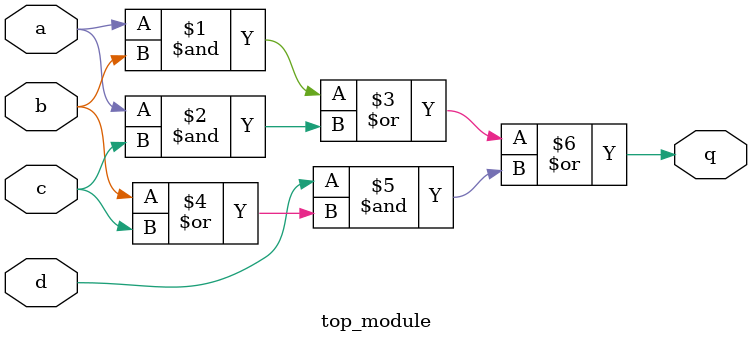
<source format=sv>
module top_module (
	input a, 
	input b, 
	input c, 
	input d,
	output q
);
    assign q = (a & b) | (a & c) | (d & (b | c));
endmodule

</source>
